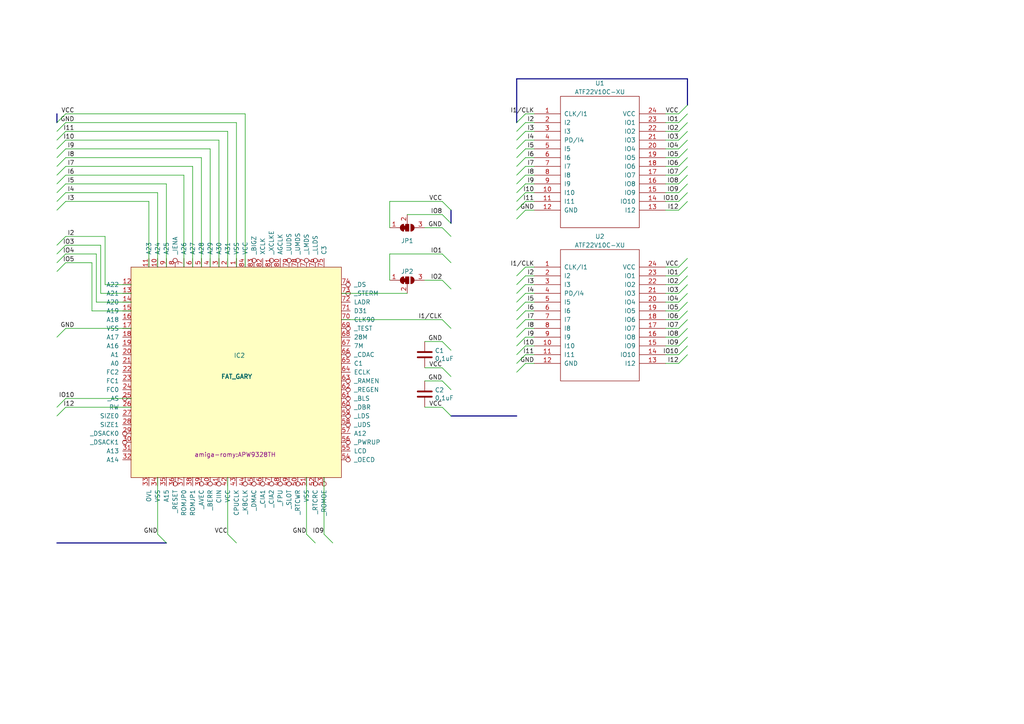
<source format=kicad_sch>
(kicad_sch (version 20210126) (generator eeschema)
  (paper "A4")
  (title_block (title "ROMY - Amiga 3000 / 4000 1MB+ Kickstart") (date "2021-04-06") (rev "5") (company "https://amiga.technology/") (comment 4 "Amiga ROMY"))
  (lib_symbols
    (symbol "Device:C" (pin_numbers hide) (pin_names (offset 0.254))
      (property "Reference" "C" (at 0.635 2.54 0))
      (property "Value" "C" (at 0.635 -2.54 0))
      (symbol "C_0_1"
        (polyline (pts (xy -2.032 -0.762) (xy 2.032 -0.762)) (stroke (width 0.508)))
        (polyline (pts (xy -2.032 0.762) (xy 2.032 0.762)) (stroke (width 0.508)))
      )
      (symbol "C_1_1"
        (pin passive line (at 0 3.81 270) (length 2.794) (name "~") (number "1"))
        (pin passive line (at 0 -3.81 90) (length 2.794) (name "~") (number "2"))
      )
    )
    (symbol "GALs:ATF22V10C-XU" (pin_names (offset 1.016))
      (property "Reference" "U" (at 0 -2.54 0))
      (property "Value" "ATF22V10C-XU" (at 0 2.54 0))
      (symbol "ATF22V10C-XU_1_0"
        (rectangle (start -11.43 -19.05) (end 11.43 19.05))
      )
      (symbol "ATF22V10C-XU_1_1"
        (pin input line (at -19.05 13.97 0) (length 7.62) (name "CLK/I1") (number "1"))
        (pin input line (at -19.05 -8.89 0) (length 7.62) (name "I10") (number "10"))
        (pin input line (at -19.05 -11.43 0) (length 7.62) (name "I11") (number "11"))
        (pin input line (at -19.05 -13.97 0) (length 7.62) (name "GND") (number "12"))
        (pin input line (at 19.05 -13.97 180) (length 7.62) (name "I12") (number "13"))
        (pin input line (at 19.05 -11.43 180) (length 7.62) (name "IO10") (number "14"))
        (pin input line (at 19.05 -8.89 180) (length 7.62) (name "IO9") (number "15"))
        (pin input line (at 19.05 -6.35 180) (length 7.62) (name "IO8") (number "16"))
        (pin input line (at 19.05 -3.81 180) (length 7.62) (name "IO7") (number "17"))
        (pin input line (at 19.05 -1.27 180) (length 7.62) (name "IO6") (number "18"))
        (pin input line (at 19.05 1.27 180) (length 7.62) (name "IO5") (number "19"))
        (pin input line (at -19.05 11.43 0) (length 7.62) (name "I2") (number "2"))
        (pin input line (at 19.05 3.81 180) (length 7.62) (name "IO4") (number "20"))
        (pin input line (at 19.05 6.35 180) (length 7.62) (name "IO3") (number "21"))
        (pin input line (at 19.05 8.89 180) (length 7.62) (name "IO2") (number "22"))
        (pin input line (at 19.05 11.43 180) (length 7.62) (name "IO1") (number "23"))
        (pin input line (at 19.05 13.97 180) (length 7.62) (name "VCC") (number "24"))
        (pin input line (at -19.05 8.89 0) (length 7.62) (name "I3") (number "3"))
        (pin input line (at -19.05 6.35 0) (length 7.62) (name "PD/I4") (number "4"))
        (pin input line (at -19.05 3.81 0) (length 7.62) (name "I5") (number "5"))
        (pin input line (at -19.05 1.27 0) (length 7.62) (name "I6") (number "6"))
        (pin input line (at -19.05 -1.27 0) (length 7.62) (name "I7") (number "7"))
        (pin input line (at -19.05 -3.81 0) (length 7.62) (name "I8") (number "8"))
        (pin input line (at -19.05 -6.35 0) (length 7.62) (name "I9") (number "9"))
      )
    )
    (symbol "Jumper:SolderJumper_3_Bridged12" (pin_names (offset 0) hide)
      (property "Reference" "JP" (at -2.54 -2.54 0))
      (property "Value" "SolderJumper_3_Bridged12" (at 0 2.794 0))
      (symbol "SolderJumper_3_Bridged12_0_1"
        (arc (start -1.016 1.016) (end -1.016 -1.016) (radius (at -1.016 0) (length 1.016) (angles 90.1 -90.1)))
        (arc (start 1.016 -1.016) (end 1.016 1.016) (radius (at 1.016 0) (length 1.016) (angles -89.9 89.9)))
        (arc (start -1.016 1.016) (end -1.016 -1.016) (radius (at -1.016 0) (length 1.016) (angles 90.1 -90.1)) (fill (type outline)))
        (arc (start 1.016 -1.016) (end 1.016 1.016) (radius (at 1.016 0) (length 1.016) (angles -89.9 89.9)) (fill (type outline)))
        (rectangle (start -1.016 0.508) (end -0.508 -0.508) (fill (type outline)))
        (rectangle (start -0.508 1.016) (end 0.508 -1.016) (fill (type outline)))
        (polyline (pts (xy -2.54 0) (xy -2.032 0)))
        (polyline (pts (xy -1.016 1.016) (xy -1.016 -1.016)))
        (polyline (pts (xy 0 -1.27) (xy 0 -1.016)))
        (polyline (pts (xy 1.016 1.016) (xy 1.016 -1.016)))
        (polyline (pts (xy 2.54 0) (xy 2.032 0)))
      )
      (symbol "SolderJumper_3_Bridged12_1_1"
        (pin passive line (at -5.08 0 0) (length 2.54) (name "A") (number "1"))
        (pin input line (at 0 -3.81 90) (length 2.54) (name "C") (number "2"))
        (pin passive line (at 5.08 0 180) (length 2.54) (name "B") (number "3"))
      )
    )
    (symbol "amiga-chips:FAT_GARY" (pin_names (offset 1.016))
      (property "Reference" "U" (at 0 -1.27 0))
      (property "Value" "FAT_GARY" (at 0 1.27 0))
      (symbol "FAT_GARY_0_0"
        (pin power_in line (at 0 30.48 90) (length 2.54) (name "VSS") (number "1"))
        (pin bidirectional line (at -22.86 30.48 90) (length 2.54) (name "A24") (number "10"))
        (pin input line (at -25.4 30.48 90) (length 2.54) (name "A23") (number "11"))
        (pin input line (at -30.48 25.4 180) (length 2.54) (name "A22") (number "12"))
        (pin input line (at -30.48 22.86 180) (length 2.54) (name "A21") (number "13"))
        (pin input line (at -30.48 20.32 180) (length 2.54) (name "A20") (number "14"))
        (pin input line (at -30.48 17.78 180) (length 2.54) (name "A19") (number "15"))
        (pin input line (at -30.48 15.24 180) (length 2.54) (name "A18") (number "16"))
        (pin power_in line (at -30.48 12.7 180) (length 2.54) (name "VSS") (number "17"))
        (pin input line (at -30.48 10.16 180) (length 2.54) (name "A17") (number "18"))
        (pin input line (at -30.48 7.62 180) (length 2.54) (name "A16") (number "19"))
        (pin bidirectional line (at -2.54 30.48 90) (length 2.54) (name "A31") (number "2"))
        (pin input line (at -30.48 5.08 180) (length 2.54) (name "A1") (number "20"))
        (pin input line (at -30.48 2.54 180) (length 2.54) (name "A0") (number "21"))
        (pin input line (at -30.48 0 180) (length 2.54) (name "FC2") (number "22"))
        (pin input line (at -30.48 -2.54 180) (length 2.54) (name "FC1") (number "23"))
        (pin input line (at -30.48 -5.08 180) (length 2.54) (name "FC0") (number "24"))
        (pin input inverted (at -30.48 -7.62 180) (length 2.54) (name "_AS") (number "25"))
        (pin input line (at -30.48 -10.16 180) (length 2.54) (name "RW") (number "26"))
        (pin input line (at -30.48 -12.7 180) (length 2.54) (name "SIZE0") (number "27"))
        (pin input line (at -30.48 -15.24 180) (length 2.54) (name "SIZE1") (number "28"))
        (pin output inverted (at -30.48 -17.78 180) (length 2.54) (name "_DSACK0") (number "29"))
        (pin bidirectional line (at -5.08 30.48 90) (length 2.54) (name "A30") (number "3"))
        (pin output inverted (at -30.48 -20.32 180) (length 2.54) (name "_DSACK1") (number "30"))
        (pin input line (at -30.48 -22.86 180) (length 2.54) (name "A13") (number "31"))
        (pin input line (at -30.48 -25.4 180) (length 2.54) (name "A14") (number "32"))
        (pin input line (at -25.4 -30.48 270) (length 2.54) (name "OVL") (number "33"))
        (pin power_in line (at -22.86 -30.48 270) (length 2.54) (name "VSS") (number "34"))
        (pin input line (at -20.32 -30.48 270) (length 2.54) (name "A15") (number "35"))
        (pin bidirectional inverted (at -17.78 -30.48 270) (length 2.54) (name "_RESET") (number "36"))
        (pin input line (at -15.24 -30.48 270) (length 2.54) (name "ROMJP0") (number "37"))
        (pin input line (at -12.7 -30.48 270) (length 2.54) (name "ROMJP1") (number "38"))
        (pin output inverted (at -10.16 -30.48 270) (length 2.54) (name "_AVEC") (number "39"))
        (pin bidirectional line (at -7.62 30.48 90) (length 2.54) (name "A29") (number "4"))
        (pin output inverted (at -7.62 -30.48 270) (length 2.54) (name "_BERR") (number "40"))
        (pin output inverted (at -5.08 -30.48 270) (length 2.54) (name "CIIN") (number "41"))
        (pin power_in line (at -2.54 -30.48 270) (length 2.54) (name "VCC") (number "42"))
        (pin input line (at 0 -30.48 270) (length 2.54) (name "CPUCLK") (number "43"))
        (pin input inverted (at 2.54 -30.48 270) (length 2.54) (name "_KBCLK") (number "44"))
        (pin output inverted (at 5.08 -30.48 270) (length 2.54) (name "_DMAC") (number "45"))
        (pin output inverted (at 7.62 -30.48 270) (length 2.54) (name "_CIA1") (number "46"))
        (pin output inverted (at 10.16 -30.48 270) (length 2.54) (name "_CIA2") (number "47"))
        (pin output inverted (at 12.7 -30.48 270) (length 2.54) (name "_FPU") (number "48"))
        (pin output inverted (at 15.24 -30.48 270) (length 2.54) (name "_SLOT") (number "49"))
        (pin bidirectional line (at -10.16 30.48 90) (length 2.54) (name "A28") (number "5"))
        (pin output inverted (at 17.78 -30.48 270) (length 2.54) (name "_RTCWR") (number "50"))
        (pin power_in line (at 20.32 -30.48 270) (length 2.54) (name "VSS") (number "51"))
        (pin output inverted (at 22.86 -30.48 270) (length 2.54) (name "_RTCRC") (number "52"))
        (pin output inverted (at 25.4 -30.48 270) (length 2.54) (name "_ROMOE") (number "53"))
        (pin output inverted (at 30.48 -25.4 0) (length 2.54) (name "_OECD") (number "54"))
        (pin output line (at 30.48 -22.86 0) (length 2.54) (name "LCD") (number "55"))
        (pin input inverted (at 30.48 -20.32 0) (length 2.54) (name "_PWRUP") (number "56"))
        (pin input line (at 30.48 -17.78 0) (length 2.54) (name "A12") (number "57"))
        (pin output inverted (at 30.48 -15.24 0) (length 2.54) (name "_UDS") (number "58"))
        (pin output inverted (at 30.48 -12.7 0) (length 2.54) (name "_LDS") (number "59"))
        (pin bidirectional line (at -12.7 30.48 90) (length 2.54) (name "A27") (number "6"))
        (pin input inverted (at 30.48 -10.16 0) (length 2.54) (name "_DBR") (number "60"))
        (pin output inverted (at 30.48 -7.62 0) (length 2.54) (name "_BLS") (number "61"))
        (pin output inverted (at 30.48 -5.08 0) (length 2.54) (name "_REGEN") (number "62"))
        (pin output inverted (at 30.48 -2.54 0) (length 2.54) (name "_RAMEN") (number "63"))
        (pin output line (at 30.48 0 0) (length 2.54) (name "ECLK") (number "64"))
        (pin input line (at 30.48 2.54 0) (length 2.54) (name "C1") (number "65"))
        (pin input inverted (at 30.48 5.08 0) (length 2.54) (name "_CDAC") (number "66"))
        (pin input line (at 30.48 7.62 0) (length 2.54) (name "7M") (number "67"))
        (pin input line (at 30.48 10.16 0) (length 2.54) (name "28M") (number "68"))
        (pin input inverted (at 30.48 12.7 0) (length 2.54) (name "_TEST") (number "69"))
        (pin bidirectional line (at -15.24 30.48 90) (length 2.54) (name "A26") (number "7"))
        (pin input line (at 30.48 15.24 0) (length 2.54) (name "CLK90") (number "70"))
        (pin bidirectional line (at 30.48 17.78 0) (length 2.54) (name "D31") (number "71"))
        (pin output line (at 30.48 20.32 0) (length 2.54) (name "LADR") (number "72"))
        (pin output inverted (at 30.48 22.86 0) (length 2.54) (name "_STERM") (number "73"))
        (pin input inverted (at 30.48 25.4 0) (length 2.54) (name "_DS") (number "74"))
        (pin input line (at 25.4 30.48 90) (length 2.54) (name "C3") (number "75"))
        (pin output inverted (at 22.86 30.48 90) (length 2.54) (name "_LLDS") (number "76"))
        (pin output inverted (at 20.32 30.48 90) (length 2.54) (name "_LMDS") (number "77"))
        (pin output inverted (at 17.78 30.48 90) (length 2.54) (name "_UMDS") (number "78"))
        (pin output inverted (at 15.24 30.48 90) (length 2.54) (name "_UUDS") (number "79"))
        (pin output inverted (at -17.78 30.48 90) (length 2.54) (name "_IENA") (number "8"))
        (pin output line (at 12.7 30.48 90) (length 2.54) (name "AGCLK") (number "80"))
        (pin input inverted (at 10.16 30.48 90) (length 2.54) (name "_XCLKE") (number "81"))
        (pin input line (at 7.62 30.48 90) (length 2.54) (name "XCLK") (number "82"))
        (pin input inverted (at 5.08 30.48 90) (length 2.54) (name "_BIGZ") (number "83"))
        (pin power_in line (at 2.54 30.48 90) (length 2.54) (name "VCC") (number "84"))
        (pin bidirectional line (at -20.32 30.48 90) (length 2.54) (name "A25") (number "9"))
      )
      (symbol "FAT_GARY_0_1"
        (rectangle (start -30.5816 -30.5816) (end 30.4292 30.48) (fill (type background)))
      )
    )
  )
  (bus_entry (at 16.51 35.56) (size 2.54 -2.54) (stroke (width 0.1524)))
  (bus_entry (at 16.51 38.1) (size 2.54 -2.54) (stroke (width 0.1524)))
  (bus_entry (at 16.51 40.64) (size 2.54 -2.54) (stroke (width 0.1524)))
  (bus_entry (at 16.51 43.18) (size 2.54 -2.54) (stroke (width 0.1524)))
  (bus_entry (at 16.51 45.72) (size 2.54 -2.54) (stroke (width 0.1524)))
  (bus_entry (at 16.51 48.26) (size 2.54 -2.54) (stroke (width 0.1524)))
  (bus_entry (at 16.51 50.8) (size 2.54 -2.54) (stroke (width 0.1524)))
  (bus_entry (at 16.51 53.34) (size 2.54 -2.54) (stroke (width 0.1524)))
  (bus_entry (at 16.51 55.88) (size 2.54 -2.54) (stroke (width 0.1524)))
  (bus_entry (at 16.51 58.42) (size 2.54 -2.54) (stroke (width 0.1524)))
  (bus_entry (at 16.51 73.66) (size 2.54 -2.54) (stroke (width 0.1524)))
  (bus_entry (at 16.51 76.2) (size 2.54 -2.54) (stroke (width 0.1524)))
  (bus_entry (at 16.51 78.74) (size 2.54 -2.54) (stroke (width 0.1524)))
  (bus_entry (at 16.51 97.79) (size 2.54 -2.54) (stroke (width 0.1524)))
  (bus_entry (at 16.51 118.11) (size 2.54 -2.54) (stroke (width 0.1524)))
  (bus_entry (at 16.51 120.65) (size 2.54 -2.54) (stroke (width 0.1524)))
  (bus_entry (at 19.05 58.42) (size -2.54 2.54) (stroke (width 0.1524)))
  (bus_entry (at 19.05 68.58) (size -2.54 2.54) (stroke (width 0.1524)))
  (bus_entry (at 45.72 154.94) (size 2.54 2.54) (stroke (width 0.1524)))
  (bus_entry (at 66.04 154.94) (size 2.54 2.54) (stroke (width 0.1524)))
  (bus_entry (at 88.9 154.94) (size 2.54 2.54) (stroke (width 0.1524)))
  (bus_entry (at 93.98 154.94) (size 2.54 2.54) (stroke (width 0.1524)))
  (bus_entry (at 128.27 58.42) (size 2.54 2.54) (stroke (width 0.1524)))
  (bus_entry (at 128.27 62.23) (size 2.54 2.54) (stroke (width 0.1524)))
  (bus_entry (at 128.27 66.04) (size 2.54 2.54) (stroke (width 0.1524)))
  (bus_entry (at 128.27 73.66) (size 2.54 2.54) (stroke (width 0.1524)))
  (bus_entry (at 128.27 81.28) (size 2.54 2.54) (stroke (width 0.1524)))
  (bus_entry (at 128.27 92.71) (size 2.54 2.54) (stroke (width 0.1524)))
  (bus_entry (at 128.27 99.06) (size 2.54 2.54) (stroke (width 0.1524)))
  (bus_entry (at 128.27 106.68) (size 2.54 2.54) (stroke (width 0.1524)))
  (bus_entry (at 128.27 110.49) (size 2.54 2.54) (stroke (width 0.1524)))
  (bus_entry (at 128.27 118.11) (size 2.54 2.54) (stroke (width 0.1524)))
  (bus_entry (at 149.86 80.01) (size 2.54 -2.54) (stroke (width 0.1524)))
  (bus_entry (at 149.86 82.55) (size 2.54 -2.54) (stroke (width 0.1524)))
  (bus_entry (at 149.86 85.09) (size 2.54 -2.54) (stroke (width 0.1524)))
  (bus_entry (at 149.86 87.63) (size 2.54 -2.54) (stroke (width 0.1524)))
  (bus_entry (at 149.86 90.17) (size 2.54 -2.54) (stroke (width 0.1524)))
  (bus_entry (at 149.86 92.71) (size 2.54 -2.54) (stroke (width 0.1524)))
  (bus_entry (at 149.86 95.25) (size 2.54 -2.54) (stroke (width 0.1524)))
  (bus_entry (at 149.86 97.79) (size 2.54 -2.54) (stroke (width 0.1524)))
  (bus_entry (at 149.86 100.33) (size 2.54 -2.54) (stroke (width 0.1524)))
  (bus_entry (at 149.86 102.87) (size 2.54 -2.54) (stroke (width 0.1524)))
  (bus_entry (at 149.86 105.41) (size 2.54 -2.54) (stroke (width 0.1524)))
  (bus_entry (at 149.86 107.95) (size 2.54 -2.54) (stroke (width 0.1524)))
  (bus_entry (at 152.4 33.02) (size -2.54 2.54) (stroke (width 0.1524)))
  (bus_entry (at 152.4 35.56) (size -2.54 2.54) (stroke (width 0.1524)))
  (bus_entry (at 152.4 38.1) (size -2.54 2.54) (stroke (width 0.1524)))
  (bus_entry (at 152.4 40.64) (size -2.54 2.54) (stroke (width 0.1524)))
  (bus_entry (at 152.4 43.18) (size -2.54 2.54) (stroke (width 0.1524)))
  (bus_entry (at 152.4 45.72) (size -2.54 2.54) (stroke (width 0.1524)))
  (bus_entry (at 152.4 48.26) (size -2.54 2.54) (stroke (width 0.1524)))
  (bus_entry (at 152.4 50.8) (size -2.54 2.54) (stroke (width 0.1524)))
  (bus_entry (at 152.4 53.34) (size -2.54 2.54) (stroke (width 0.1524)))
  (bus_entry (at 152.4 55.88) (size -2.54 2.54) (stroke (width 0.1524)))
  (bus_entry (at 152.4 58.42) (size -2.54 2.54) (stroke (width 0.1524)))
  (bus_entry (at 152.4 60.96) (size -2.54 2.54) (stroke (width 0.1524)))
  (bus_entry (at 196.85 33.02) (size 2.54 -2.54) (stroke (width 0.1524)))
  (bus_entry (at 196.85 35.56) (size 2.54 -2.54) (stroke (width 0.1524)))
  (bus_entry (at 196.85 38.1) (size 2.54 -2.54) (stroke (width 0.1524)))
  (bus_entry (at 196.85 40.64) (size 2.54 -2.54) (stroke (width 0.1524)))
  (bus_entry (at 196.85 43.18) (size 2.54 -2.54) (stroke (width 0.1524)))
  (bus_entry (at 196.85 45.72) (size 2.54 -2.54) (stroke (width 0.1524)))
  (bus_entry (at 196.85 48.26) (size 2.54 -2.54) (stroke (width 0.1524)))
  (bus_entry (at 196.85 50.8) (size 2.54 -2.54) (stroke (width 0.1524)))
  (bus_entry (at 196.85 53.34) (size 2.54 -2.54) (stroke (width 0.1524)))
  (bus_entry (at 196.85 55.88) (size 2.54 -2.54) (stroke (width 0.1524)))
  (bus_entry (at 196.85 58.42) (size 2.54 -2.54) (stroke (width 0.1524)))
  (bus_entry (at 196.85 60.96) (size 2.54 -2.54) (stroke (width 0.1524)))
  (bus_entry (at 196.85 77.47) (size 2.54 -2.54) (stroke (width 0.1524)))
  (bus_entry (at 196.85 80.01) (size 2.54 -2.54) (stroke (width 0.1524)))
  (bus_entry (at 196.85 82.55) (size 2.54 -2.54) (stroke (width 0.1524)))
  (bus_entry (at 196.85 85.09) (size 2.54 -2.54) (stroke (width 0.1524)))
  (bus_entry (at 196.85 87.63) (size 2.54 -2.54) (stroke (width 0.1524)))
  (bus_entry (at 196.85 90.17) (size 2.54 -2.54) (stroke (width 0.1524)))
  (bus_entry (at 196.85 92.71) (size 2.54 -2.54) (stroke (width 0.1524)))
  (bus_entry (at 196.85 95.25) (size 2.54 -2.54) (stroke (width 0.1524)))
  (bus_entry (at 196.85 97.79) (size 2.54 -2.54) (stroke (width 0.1524)))
  (bus_entry (at 196.85 100.33) (size 2.54 -2.54) (stroke (width 0.1524)))
  (bus_entry (at 196.85 102.87) (size 2.54 -2.54) (stroke (width 0.1524)))
  (bus_entry (at 196.85 105.41) (size 2.54 -2.54) (stroke (width 0.1524)))
  (wire (pts (xy 19.05 33.02) (xy 71.12 33.02)))
  (wire (pts (xy 19.05 35.56) (xy 68.58 35.56)))
  (wire (pts (xy 19.05 45.72) (xy 58.42 45.72)))
  (wire (pts (xy 19.05 48.26) (xy 55.88 48.26)))
  (wire (pts (xy 19.05 50.8) (xy 53.34 50.8)))
  (wire (pts (xy 19.05 53.34) (xy 48.26 53.34)))
  (wire (pts (xy 19.05 55.88) (xy 45.72 55.88)))
  (wire (pts (xy 19.05 58.42) (xy 43.18 58.42)))
  (wire (pts (xy 19.05 68.58) (xy 30.48 68.58)))
  (wire (pts (xy 19.05 71.12) (xy 29.21 71.12)))
  (wire (pts (xy 19.05 73.66) (xy 27.94 73.66)))
  (wire (pts (xy 19.05 76.2) (xy 26.67 76.2)))
  (wire (pts (xy 19.05 95.25) (xy 38.1 95.25)))
  (wire (pts (xy 19.05 115.57) (xy 38.1 115.57)))
  (wire (pts (xy 19.05 118.11) (xy 38.1 118.11)))
  (wire (pts (xy 26.67 76.2) (xy 26.67 90.17)))
  (wire (pts (xy 26.67 90.17) (xy 38.1 90.17)))
  (wire (pts (xy 27.94 73.66) (xy 27.94 87.63)))
  (wire (pts (xy 27.94 87.63) (xy 38.1 87.63)))
  (wire (pts (xy 29.21 71.12) (xy 29.21 85.09)))
  (wire (pts (xy 29.21 85.09) (xy 38.1 85.09)))
  (wire (pts (xy 30.48 68.58) (xy 30.48 82.55)))
  (wire (pts (xy 30.48 82.55) (xy 38.1 82.55)))
  (wire (pts (xy 43.18 58.42) (xy 43.18 77.47)))
  (wire (pts (xy 45.72 55.88) (xy 45.72 77.47)))
  (wire (pts (xy 45.72 138.43) (xy 45.72 154.94)))
  (wire (pts (xy 48.26 53.34) (xy 48.26 77.47)))
  (wire (pts (xy 53.34 50.8) (xy 53.34 77.47)))
  (wire (pts (xy 55.88 48.26) (xy 55.88 77.47)))
  (wire (pts (xy 58.42 45.72) (xy 58.42 77.47)))
  (wire (pts (xy 60.96 43.18) (xy 19.05 43.18)))
  (wire (pts (xy 60.96 43.18) (xy 60.96 77.47)))
  (wire (pts (xy 63.5 40.64) (xy 19.05 40.64)))
  (wire (pts (xy 63.5 40.64) (xy 63.5 77.47)))
  (wire (pts (xy 66.04 38.1) (xy 19.05 38.1)))
  (wire (pts (xy 66.04 38.1) (xy 66.04 77.47)))
  (wire (pts (xy 66.04 138.43) (xy 66.04 154.94)))
  (wire (pts (xy 68.58 35.56) (xy 68.58 77.47)))
  (wire (pts (xy 71.12 33.02) (xy 71.12 77.47)))
  (wire (pts (xy 88.9 138.43) (xy 88.9 154.94)))
  (wire (pts (xy 93.98 138.43) (xy 93.98 154.94)))
  (wire (pts (xy 99.06 85.09) (xy 118.11 85.09)))
  (wire (pts (xy 99.06 92.71) (xy 128.27 92.71)))
  (wire (pts (xy 113.03 58.42) (xy 113.03 66.04)))
  (wire (pts (xy 113.03 58.42) (xy 128.27 58.42)))
  (wire (pts (xy 113.03 73.66) (xy 113.03 81.28)))
  (wire (pts (xy 113.03 73.66) (xy 128.27 73.66)))
  (wire (pts (xy 118.11 62.23) (xy 128.27 62.23)))
  (wire (pts (xy 123.19 66.04) (xy 128.27 66.04)))
  (wire (pts (xy 123.19 81.28) (xy 128.27 81.28)))
  (wire (pts (xy 123.19 99.06) (xy 128.27 99.06)))
  (wire (pts (xy 123.19 106.68) (xy 128.27 106.68)))
  (wire (pts (xy 123.19 110.49) (xy 128.27 110.49)))
  (wire (pts (xy 123.19 118.11) (xy 128.27 118.11)))
  (wire (pts (xy 152.4 33.02) (xy 154.94 33.02)))
  (wire (pts (xy 152.4 35.56) (xy 154.94 35.56)))
  (wire (pts (xy 152.4 38.1) (xy 154.94 38.1)))
  (wire (pts (xy 152.4 40.64) (xy 154.94 40.64)))
  (wire (pts (xy 152.4 43.18) (xy 154.94 43.18)))
  (wire (pts (xy 152.4 45.72) (xy 154.94 45.72)))
  (wire (pts (xy 152.4 48.26) (xy 154.94 48.26)))
  (wire (pts (xy 152.4 50.8) (xy 154.94 50.8)))
  (wire (pts (xy 152.4 53.34) (xy 154.94 53.34)))
  (wire (pts (xy 152.4 55.88) (xy 154.94 55.88)))
  (wire (pts (xy 152.4 58.42) (xy 154.94 58.42)))
  (wire (pts (xy 152.4 60.96) (xy 154.94 60.96)))
  (wire (pts (xy 152.4 77.47) (xy 154.94 77.47)))
  (wire (pts (xy 152.4 80.01) (xy 154.94 80.01)))
  (wire (pts (xy 152.4 82.55) (xy 154.94 82.55)))
  (wire (pts (xy 152.4 85.09) (xy 154.94 85.09)))
  (wire (pts (xy 152.4 87.63) (xy 154.94 87.63)))
  (wire (pts (xy 152.4 90.17) (xy 154.94 90.17)))
  (wire (pts (xy 152.4 92.71) (xy 154.94 92.71)))
  (wire (pts (xy 152.4 95.25) (xy 154.94 95.25)))
  (wire (pts (xy 152.4 97.79) (xy 154.94 97.79)))
  (wire (pts (xy 152.4 100.33) (xy 154.94 100.33)))
  (wire (pts (xy 152.4 102.87) (xy 154.94 102.87)))
  (wire (pts (xy 152.4 105.41) (xy 154.94 105.41)))
  (wire (pts (xy 193.04 33.02) (xy 196.85 33.02)))
  (wire (pts (xy 193.04 35.56) (xy 196.85 35.56)))
  (wire (pts (xy 193.04 38.1) (xy 196.85 38.1)))
  (wire (pts (xy 193.04 40.64) (xy 196.85 40.64)))
  (wire (pts (xy 193.04 43.18) (xy 196.85 43.18)))
  (wire (pts (xy 193.04 45.72) (xy 196.85 45.72)))
  (wire (pts (xy 193.04 48.26) (xy 196.85 48.26)))
  (wire (pts (xy 193.04 50.8) (xy 196.85 50.8)))
  (wire (pts (xy 193.04 53.34) (xy 196.85 53.34)))
  (wire (pts (xy 193.04 55.88) (xy 196.85 55.88)))
  (wire (pts (xy 193.04 58.42) (xy 196.85 58.42)))
  (wire (pts (xy 193.04 60.96) (xy 196.85 60.96)))
  (wire (pts (xy 193.04 77.47) (xy 196.85 77.47)))
  (wire (pts (xy 193.04 80.01) (xy 196.85 80.01)))
  (wire (pts (xy 193.04 82.55) (xy 196.85 82.55)))
  (wire (pts (xy 193.04 85.09) (xy 196.85 85.09)))
  (wire (pts (xy 193.04 87.63) (xy 196.85 87.63)))
  (wire (pts (xy 193.04 90.17) (xy 196.85 90.17)))
  (wire (pts (xy 193.04 92.71) (xy 196.85 92.71)))
  (wire (pts (xy 193.04 95.25) (xy 196.85 95.25)))
  (wire (pts (xy 193.04 97.79) (xy 196.85 97.79)))
  (wire (pts (xy 193.04 100.33) (xy 196.85 100.33)))
  (wire (pts (xy 193.04 102.87) (xy 196.85 102.87)))
  (wire (pts (xy 193.04 105.41) (xy 196.85 105.41)))
  (bus (pts (xy 16.51 33.02) (xy 16.51 157.48)))
  (bus (pts (xy 16.51 157.48) (xy 199.39 157.48)))
  (bus (pts (xy 130.81 60.96) (xy 130.81 120.65)))
  (bus (pts (xy 149.86 22.86) (xy 149.86 120.65)))
  (bus (pts (xy 149.86 22.86) (xy 199.39 22.86)))
  (bus (pts (xy 149.86 120.65) (xy 130.81 120.65)))
  (bus (pts (xy 199.39 22.86) (xy 199.39 157.48)))
  (label "VCC" (at 21.59 33.02 180))
  (label "GND" (at 21.59 35.56 180))
  (label "I11" (at 21.59 38.1 180))
  (label "I10" (at 21.59 40.64 180))
  (label "I9" (at 21.59 43.18 180))
  (label "I8" (at 21.59 45.72 180))
  (label "I7" (at 21.59 48.26 180))
  (label "I6" (at 21.59 50.8 180))
  (label "I5" (at 21.59 53.34 180))
  (label "I4" (at 21.59 55.88 180))
  (label "I3" (at 21.59 58.42 180))
  (label "I2" (at 21.59 68.58 180))
  (label "IO3" (at 21.59 71.12 180))
  (label "IO4" (at 21.59 73.66 180))
  (label "IO5" (at 21.59 76.2 180))
  (label "GND" (at 21.59 95.25 180))
  (label "IO10" (at 21.59 115.57 180))
  (label "I12" (at 21.59 118.11 180))
  (label "GND" (at 45.72 154.94 180))
  (label "VCC" (at 66.04 154.94 180))
  (label "GND" (at 88.9 154.94 180))
  (label "IO9" (at 93.98 154.94 180))
  (label "VCC" (at 128.27 58.42 180))
  (label "IO8" (at 128.27 62.23 180))
  (label "GND" (at 128.27 66.04 180))
  (label "IO1" (at 128.27 73.66 180))
  (label "IO2" (at 128.27 81.28 180))
  (label "I1{slash}CLK" (at 128.27 92.71 180))
  (label "GND" (at 128.27 99.06 180))
  (label "VCC" (at 128.27 106.68 180))
  (label "GND" (at 128.27 110.49 180))
  (label "VCC" (at 128.27 118.11 180))
  (label "I1{slash}CLK" (at 154.94 33.02 180))
  (label "I2" (at 154.94 35.56 180))
  (label "I3" (at 154.94 38.1 180))
  (label "I4" (at 154.94 40.64 180))
  (label "I5" (at 154.94 43.18 180))
  (label "I6" (at 154.94 45.72 180))
  (label "I7" (at 154.94 48.26 180))
  (label "I8" (at 154.94 50.8 180))
  (label "I9" (at 154.94 53.34 180))
  (label "I10" (at 154.94 55.88 180))
  (label "I11" (at 154.94 58.42 180))
  (label "GND" (at 154.94 60.96 180))
  (label "I1{slash}CLK" (at 154.94 77.47 180))
  (label "I2" (at 154.94 80.01 180))
  (label "I3" (at 154.94 82.55 180))
  (label "I4" (at 154.94 85.09 180))
  (label "I5" (at 154.94 87.63 180))
  (label "I6" (at 154.94 90.17 180))
  (label "I7" (at 154.94 92.71 180))
  (label "I8" (at 154.94 95.25 180))
  (label "I9" (at 154.94 97.79 180))
  (label "I10" (at 154.94 100.33 180))
  (label "I11" (at 154.94 102.87 180))
  (label "GND" (at 154.94 105.41 180))
  (label "VCC" (at 196.85 33.02 180))
  (label "IO1" (at 196.85 35.56 180))
  (label "IO2" (at 196.85 38.1 180))
  (label "IO3" (at 196.85 40.64 180))
  (label "IO4" (at 196.85 43.18 180))
  (label "IO5" (at 196.85 45.72 180))
  (label "IO6" (at 196.85 48.26 180))
  (label "IO7" (at 196.85 50.8 180))
  (label "IO8" (at 196.85 53.34 180))
  (label "IO9" (at 196.85 55.88 180))
  (label "IO10" (at 196.85 58.42 180))
  (label "I12" (at 196.85 60.96 180))
  (label "VCC" (at 196.85 77.47 180))
  (label "IO1" (at 196.85 80.01 180))
  (label "IO2" (at 196.85 82.55 180))
  (label "IO3" (at 196.85 85.09 180))
  (label "IO4" (at 196.85 87.63 180))
  (label "IO5" (at 196.85 90.17 180))
  (label "IO6" (at 196.85 92.71 180))
  (label "IO7" (at 196.85 95.25 180))
  (label "IO8" (at 196.85 97.79 180))
  (label "IO9" (at 196.85 100.33 180))
  (label "IO10" (at 196.85 102.87 180))
  (label "I12" (at 196.85 105.41 180))
  (symbol (lib_id "Device:C") (at 123.19 102.87 0) (unit 1)
    (property "Reference" "C1" (at 126.111 101.7016 0) (effects (justify left)))
    (property "Value" "0.1uF" (at 126.111 104.013 0) (effects (justify left)))
    (property "Footprint" "Capacitor_SMD:C_0805_2012Metric_Pad1.18x1.45mm_HandSolder" (effects hide))
  )
  (symbol (lib_id "Device:C") (at 123.19 114.3 0) (unit 1)
    (property "Reference" "C2" (at 126.111 113.1316 0) (effects (justify left)))
    (property "Value" "0.1uF" (at 126.111 115.443 0) (effects (justify left)))
    (property "Footprint" "Capacitor_SMD:C_0805_2012Metric_Pad1.18x1.45mm_HandSolder" (effects hide))
  )
  (symbol (lib_id "Jumper:SolderJumper_3_Bridged12") (at 118.11 66.04 0) (mirror x) (unit 1)
    (property "Reference" "JP1" (at 118.11 69.85 0))
    (property "Value" "SolderJumper_3_Bridged12" (effects hide))
    (property "Footprint" "Jumper:SolderJumper-3_P1.3mm_Bridged12_RoundedPad1.0x1.5mm_NumberLabels" (effects hide))
  )
  (symbol (lib_id "Jumper:SolderJumper_3_Bridged12") (at 118.11 81.28 0) (unit 1)
    (property "Reference" "JP2" (at 118.11 78.74 0))
    (property "Value" "SolderJumper_3_Bridged12" (effects hide))
    (property "Footprint" "Jumper:SolderJumper-3_P1.3mm_Bridged12_RoundedPad1.0x1.5mm_NumberLabels" (effects hide))
  )
  (symbol (lib_id "GALs:ATF22V10C-XU") (at 173.99 46.99 0) (unit 1)
    (property "Reference" "U1" (at 173.99 24.13 0))
    (property "Value" "ATF22V10C-XU" (at 173.99 26.67 0))
    (property "Footprint" "amiga-romy:asym_TSSOP-24_4.4x7.8mm_P0.65mm" (effects hide))
    (property "Datasheet" "DOCUMENTATION" (effects hide))
  )
  (symbol (lib_id "GALs:ATF22V10C-XU") (at 173.99 91.44 0) (unit 1)
    (property "Reference" "U2" (at 173.99 68.58 0))
    (property "Value" "ATF22V10C-XU" (at 173.99 71.12 0))
    (property "Footprint" "amiga-romy:asym_TSSOP-24_4.4x7.8mm_P0.65mm" (effects hide))
    (property "Datasheet" "DOCUMENTATION" (effects hide))
  )
  (symbol (lib_id "amiga-chips:FAT_GARY") (at 68.58 107.95 0) (unit 1)
    (property "Reference" "IC2" (at 67.7926 103.0986 0) (effects (justify left)))
    (property "Value" "FAT_GARY" (at 63.9826 109.22 0) (effects (font bold) (justify left)))
    (property "Footprint" "amiga-romy:APW9328TH" (at 56.3626 131.8514 0) (effects (justify left)))
  )
)
</source>
